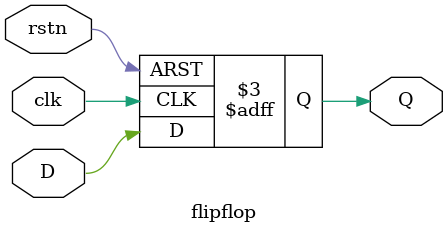
<source format=v>

module flipflop(D,clk,rstn,Q);
	input   wire D; 			// Data input 
	input   wire clk; 			// clock input 
	input   wire rstn;  		// asynchronous reset low level 
	output  reg Q;   			// output Q 
	
	always @(posedge clk or negedge rstn) 
	begin
		if(rstn==1'b0)
			Q <= 1'b0; 
		else 
			Q <= D; 
	end 
	
endmodule
	
</source>
